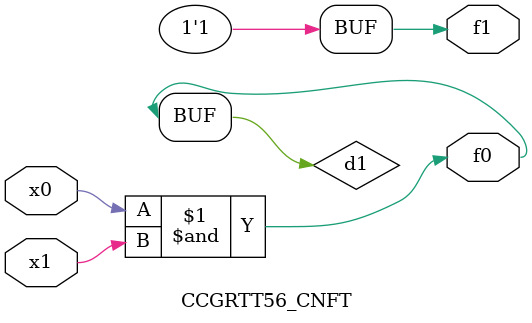
<source format=v>
module CCGRTT56_CNFT(
	input x0, x1,
	output f0, f1
);

	wire d1;

	assign f0 = d1;
	and (d1, x0, x1);
	assign f1 = 1'b1;
endmodule

</source>
